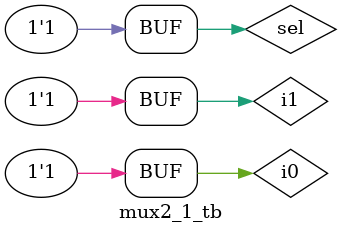
<source format=sv>

`timescale 1ns/10ps

module mux2_1(i0, i1, sel, out); 
	input logic i0, i1;
	input logic sel;
	output logic out;
	
	//MUX formula for out is out = (i1 & sel) | (i0 & ~sel); 
	
	// NOT the sel
	//Store inverted sel in n1
	logic n1;
	not #(0.05) not1 (n1, sel);
	
	//AND the first input and n1
	logic a1;
	and #(0.05) and1 (a1, i0, n1);
	
	//AND the second input and sel
	logic a2;
	and #(0.05) and2 (a2, i1, sel);
	
	//OR the two AND gates, set output to out
	or #(0.05) or1(out, a1, a2);
endmodule 
 
//mux2_1_tb testbench that tests all expected and unexpected behavior
module mux2_1_tb(); 
	logic i0, i1, sel, out;
 
	//Instantiate an instance of mux2_1, called dut
	mux2_1 dut (.*); 
 
	//Begin driving in values to the design
	initial begin 
	sel=0; i0=0; i1=0; #10; 
	sel=0; i0=0; i1=1; #10; 
	sel=0; i0=1; i1=0; #10; 
	 sel=0; i0=1; i1=1; #10; 
	 sel=1; i0=0; i1=0; #10; 
	 sel=1; i0=0; i1=1; #10; 
	 sel=1; i0=1; i1=0; #10; 
	 sel=1; i0=1; i1=1; #10; 
	end 
endmodule
</source>
